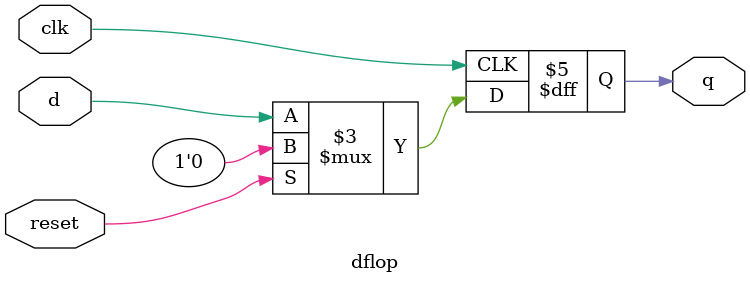
<source format=v>
module dflop(d,clk,reset,q);
input d,clk,reset;
output reg q;
always@(posedge clk)
begin
if(reset)
q<=1'b0;
else
q<=d;
end
endmodule

</source>
